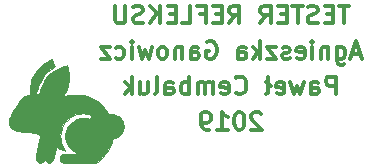
<source format=gbr>
G04 #@! TF.GenerationSoftware,KiCad,Pcbnew,(5.1.4)-1*
G04 #@! TF.CreationDate,2019-10-30T21:39:05+01:00*
G04 #@! TF.ProjectId,Projekt,50726f6a-656b-4742-9e6b-696361645f70,v01*
G04 #@! TF.SameCoordinates,Original*
G04 #@! TF.FileFunction,Legend,Bot*
G04 #@! TF.FilePolarity,Positive*
%FSLAX46Y46*%
G04 Gerber Fmt 4.6, Leading zero omitted, Abs format (unit mm)*
G04 Created by KiCad (PCBNEW (5.1.4)-1) date 2019-10-30 21:39:05*
%MOMM*%
%LPD*%
G04 APERTURE LIST*
%ADD10C,0.375000*%
%ADD11C,0.010000*%
G04 APERTURE END LIST*
D10*
X152571428Y-80321428D02*
X152500000Y-80250000D01*
X152357142Y-80178571D01*
X152000000Y-80178571D01*
X151857142Y-80250000D01*
X151785714Y-80321428D01*
X151714285Y-80464285D01*
X151714285Y-80607142D01*
X151785714Y-80821428D01*
X152642857Y-81678571D01*
X151714285Y-81678571D01*
X150785714Y-80178571D02*
X150642857Y-80178571D01*
X150500000Y-80250000D01*
X150428571Y-80321428D01*
X150357142Y-80464285D01*
X150285714Y-80750000D01*
X150285714Y-81107142D01*
X150357142Y-81392857D01*
X150428571Y-81535714D01*
X150500000Y-81607142D01*
X150642857Y-81678571D01*
X150785714Y-81678571D01*
X150928571Y-81607142D01*
X151000000Y-81535714D01*
X151071428Y-81392857D01*
X151142857Y-81107142D01*
X151142857Y-80750000D01*
X151071428Y-80464285D01*
X151000000Y-80321428D01*
X150928571Y-80250000D01*
X150785714Y-80178571D01*
X148857142Y-81678571D02*
X149714285Y-81678571D01*
X149285714Y-81678571D02*
X149285714Y-80178571D01*
X149428571Y-80392857D01*
X149571428Y-80535714D01*
X149714285Y-80607142D01*
X148142857Y-81678571D02*
X147857142Y-81678571D01*
X147714285Y-81607142D01*
X147642857Y-81535714D01*
X147500000Y-81321428D01*
X147428571Y-81035714D01*
X147428571Y-80464285D01*
X147500000Y-80321428D01*
X147571428Y-80250000D01*
X147714285Y-80178571D01*
X148000000Y-80178571D01*
X148142857Y-80250000D01*
X148214285Y-80321428D01*
X148285714Y-80464285D01*
X148285714Y-80821428D01*
X148214285Y-80964285D01*
X148142857Y-81035714D01*
X148000000Y-81107142D01*
X147714285Y-81107142D01*
X147571428Y-81035714D01*
X147500000Y-80964285D01*
X147428571Y-80821428D01*
X158892857Y-78678571D02*
X158892857Y-77178571D01*
X158321428Y-77178571D01*
X158178571Y-77250000D01*
X158107142Y-77321428D01*
X158035714Y-77464285D01*
X158035714Y-77678571D01*
X158107142Y-77821428D01*
X158178571Y-77892857D01*
X158321428Y-77964285D01*
X158892857Y-77964285D01*
X156750000Y-78678571D02*
X156750000Y-77892857D01*
X156821428Y-77750000D01*
X156964285Y-77678571D01*
X157250000Y-77678571D01*
X157392857Y-77750000D01*
X156750000Y-78607142D02*
X156892857Y-78678571D01*
X157250000Y-78678571D01*
X157392857Y-78607142D01*
X157464285Y-78464285D01*
X157464285Y-78321428D01*
X157392857Y-78178571D01*
X157250000Y-78107142D01*
X156892857Y-78107142D01*
X156750000Y-78035714D01*
X156178571Y-77678571D02*
X155892857Y-78678571D01*
X155607142Y-77964285D01*
X155321428Y-78678571D01*
X155035714Y-77678571D01*
X153892857Y-78607142D02*
X154035714Y-78678571D01*
X154321428Y-78678571D01*
X154464285Y-78607142D01*
X154535714Y-78464285D01*
X154535714Y-77892857D01*
X154464285Y-77750000D01*
X154321428Y-77678571D01*
X154035714Y-77678571D01*
X153892857Y-77750000D01*
X153821428Y-77892857D01*
X153821428Y-78035714D01*
X154535714Y-78178571D01*
X152964285Y-78678571D02*
X153107142Y-78607142D01*
X153178571Y-78464285D01*
X153178571Y-77178571D01*
X153392857Y-77964285D02*
X152964285Y-77678571D01*
X150392857Y-78535714D02*
X150464285Y-78607142D01*
X150678571Y-78678571D01*
X150821428Y-78678571D01*
X151035714Y-78607142D01*
X151178571Y-78464285D01*
X151250000Y-78321428D01*
X151321428Y-78035714D01*
X151321428Y-77821428D01*
X151250000Y-77535714D01*
X151178571Y-77392857D01*
X151035714Y-77250000D01*
X150821428Y-77178571D01*
X150678571Y-77178571D01*
X150464285Y-77250000D01*
X150392857Y-77321428D01*
X149178571Y-78607142D02*
X149321428Y-78678571D01*
X149607142Y-78678571D01*
X149750000Y-78607142D01*
X149821428Y-78464285D01*
X149821428Y-77892857D01*
X149750000Y-77750000D01*
X149607142Y-77678571D01*
X149321428Y-77678571D01*
X149178571Y-77750000D01*
X149107142Y-77892857D01*
X149107142Y-78035714D01*
X149821428Y-78178571D01*
X148464285Y-78678571D02*
X148464285Y-77678571D01*
X148464285Y-77821428D02*
X148392857Y-77750000D01*
X148250000Y-77678571D01*
X148035714Y-77678571D01*
X147892857Y-77750000D01*
X147821428Y-77892857D01*
X147821428Y-78678571D01*
X147821428Y-77892857D02*
X147750000Y-77750000D01*
X147607142Y-77678571D01*
X147392857Y-77678571D01*
X147250000Y-77750000D01*
X147178571Y-77892857D01*
X147178571Y-78678571D01*
X146464285Y-78678571D02*
X146464285Y-77178571D01*
X146464285Y-77750000D02*
X146321428Y-77678571D01*
X146035714Y-77678571D01*
X145892857Y-77750000D01*
X145821428Y-77821428D01*
X145750000Y-77964285D01*
X145750000Y-78392857D01*
X145821428Y-78535714D01*
X145892857Y-78607142D01*
X146035714Y-78678571D01*
X146321428Y-78678571D01*
X146464285Y-78607142D01*
X144464285Y-78678571D02*
X144464285Y-77892857D01*
X144535714Y-77750000D01*
X144678571Y-77678571D01*
X144964285Y-77678571D01*
X145107142Y-77750000D01*
X144464285Y-78607142D02*
X144607142Y-78678571D01*
X144964285Y-78678571D01*
X145107142Y-78607142D01*
X145178571Y-78464285D01*
X145178571Y-78321428D01*
X145107142Y-78178571D01*
X144964285Y-78107142D01*
X144607142Y-78107142D01*
X144464285Y-78035714D01*
X143535714Y-78678571D02*
X143678571Y-78607142D01*
X143750000Y-78464285D01*
X143750000Y-77178571D01*
X142321428Y-77678571D02*
X142321428Y-78678571D01*
X142964285Y-77678571D02*
X142964285Y-78464285D01*
X142892857Y-78607142D01*
X142750000Y-78678571D01*
X142535714Y-78678571D01*
X142392857Y-78607142D01*
X142321428Y-78535714D01*
X141607142Y-78678571D02*
X141607142Y-77178571D01*
X141464285Y-78107142D02*
X141035714Y-78678571D01*
X141035714Y-77678571D02*
X141607142Y-78250000D01*
X160964285Y-75250000D02*
X160250000Y-75250000D01*
X161107142Y-75678571D02*
X160607142Y-74178571D01*
X160107142Y-75678571D01*
X158964285Y-74678571D02*
X158964285Y-75892857D01*
X159035714Y-76035714D01*
X159107142Y-76107142D01*
X159250000Y-76178571D01*
X159464285Y-76178571D01*
X159607142Y-76107142D01*
X158964285Y-75607142D02*
X159107142Y-75678571D01*
X159392857Y-75678571D01*
X159535714Y-75607142D01*
X159607142Y-75535714D01*
X159678571Y-75392857D01*
X159678571Y-74964285D01*
X159607142Y-74821428D01*
X159535714Y-74750000D01*
X159392857Y-74678571D01*
X159107142Y-74678571D01*
X158964285Y-74750000D01*
X158250000Y-74678571D02*
X158250000Y-75678571D01*
X158250000Y-74821428D02*
X158178571Y-74750000D01*
X158035714Y-74678571D01*
X157821428Y-74678571D01*
X157678571Y-74750000D01*
X157607142Y-74892857D01*
X157607142Y-75678571D01*
X156892857Y-75678571D02*
X156892857Y-74678571D01*
X156892857Y-74178571D02*
X156964285Y-74250000D01*
X156892857Y-74321428D01*
X156821428Y-74250000D01*
X156892857Y-74178571D01*
X156892857Y-74321428D01*
X155607142Y-75607142D02*
X155750000Y-75678571D01*
X156035714Y-75678571D01*
X156178571Y-75607142D01*
X156250000Y-75464285D01*
X156250000Y-74892857D01*
X156178571Y-74750000D01*
X156035714Y-74678571D01*
X155750000Y-74678571D01*
X155607142Y-74750000D01*
X155535714Y-74892857D01*
X155535714Y-75035714D01*
X156250000Y-75178571D01*
X154964285Y-75607142D02*
X154821428Y-75678571D01*
X154535714Y-75678571D01*
X154392857Y-75607142D01*
X154321428Y-75464285D01*
X154321428Y-75392857D01*
X154392857Y-75250000D01*
X154535714Y-75178571D01*
X154750000Y-75178571D01*
X154892857Y-75107142D01*
X154964285Y-74964285D01*
X154964285Y-74892857D01*
X154892857Y-74750000D01*
X154750000Y-74678571D01*
X154535714Y-74678571D01*
X154392857Y-74750000D01*
X153821428Y-74678571D02*
X153035714Y-74678571D01*
X153821428Y-75678571D01*
X153035714Y-75678571D01*
X152464285Y-75678571D02*
X152464285Y-74178571D01*
X152321428Y-75107142D02*
X151892857Y-75678571D01*
X151892857Y-74678571D02*
X152464285Y-75250000D01*
X150607142Y-75678571D02*
X150607142Y-74892857D01*
X150678571Y-74750000D01*
X150821428Y-74678571D01*
X151107142Y-74678571D01*
X151250000Y-74750000D01*
X150607142Y-75607142D02*
X150750000Y-75678571D01*
X151107142Y-75678571D01*
X151250000Y-75607142D01*
X151321428Y-75464285D01*
X151321428Y-75321428D01*
X151250000Y-75178571D01*
X151107142Y-75107142D01*
X150750000Y-75107142D01*
X150607142Y-75035714D01*
X147964285Y-74250000D02*
X148107142Y-74178571D01*
X148321428Y-74178571D01*
X148535714Y-74250000D01*
X148678571Y-74392857D01*
X148750000Y-74535714D01*
X148821428Y-74821428D01*
X148821428Y-75035714D01*
X148750000Y-75321428D01*
X148678571Y-75464285D01*
X148535714Y-75607142D01*
X148321428Y-75678571D01*
X148178571Y-75678571D01*
X147964285Y-75607142D01*
X147892857Y-75535714D01*
X147892857Y-75035714D01*
X148178571Y-75035714D01*
X146607142Y-75678571D02*
X146607142Y-74892857D01*
X146678571Y-74750000D01*
X146821428Y-74678571D01*
X147107142Y-74678571D01*
X147250000Y-74750000D01*
X146607142Y-75607142D02*
X146750000Y-75678571D01*
X147107142Y-75678571D01*
X147250000Y-75607142D01*
X147321428Y-75464285D01*
X147321428Y-75321428D01*
X147250000Y-75178571D01*
X147107142Y-75107142D01*
X146750000Y-75107142D01*
X146607142Y-75035714D01*
X145892857Y-74678571D02*
X145892857Y-75678571D01*
X145892857Y-74821428D02*
X145821428Y-74750000D01*
X145678571Y-74678571D01*
X145464285Y-74678571D01*
X145321428Y-74750000D01*
X145250000Y-74892857D01*
X145250000Y-75678571D01*
X144321428Y-75678571D02*
X144464285Y-75607142D01*
X144535714Y-75535714D01*
X144607142Y-75392857D01*
X144607142Y-74964285D01*
X144535714Y-74821428D01*
X144464285Y-74750000D01*
X144321428Y-74678571D01*
X144107142Y-74678571D01*
X143964285Y-74750000D01*
X143892857Y-74821428D01*
X143821428Y-74964285D01*
X143821428Y-75392857D01*
X143892857Y-75535714D01*
X143964285Y-75607142D01*
X144107142Y-75678571D01*
X144321428Y-75678571D01*
X143321428Y-74678571D02*
X143035714Y-75678571D01*
X142750000Y-74964285D01*
X142464285Y-75678571D01*
X142178571Y-74678571D01*
X141607142Y-75678571D02*
X141607142Y-74678571D01*
X141607142Y-74178571D02*
X141678571Y-74250000D01*
X141607142Y-74321428D01*
X141535714Y-74250000D01*
X141607142Y-74178571D01*
X141607142Y-74321428D01*
X140250000Y-75607142D02*
X140392857Y-75678571D01*
X140678571Y-75678571D01*
X140821428Y-75607142D01*
X140892857Y-75535714D01*
X140964285Y-75392857D01*
X140964285Y-74964285D01*
X140892857Y-74821428D01*
X140821428Y-74750000D01*
X140678571Y-74678571D01*
X140392857Y-74678571D01*
X140250000Y-74750000D01*
X139750000Y-74678571D02*
X138964285Y-74678571D01*
X139750000Y-75678571D01*
X138964285Y-75678571D01*
X160000000Y-71178571D02*
X159142857Y-71178571D01*
X159571428Y-72678571D02*
X159571428Y-71178571D01*
X158642857Y-71892857D02*
X158142857Y-71892857D01*
X157928571Y-72678571D02*
X158642857Y-72678571D01*
X158642857Y-71178571D01*
X157928571Y-71178571D01*
X157357142Y-72607142D02*
X157142857Y-72678571D01*
X156785714Y-72678571D01*
X156642857Y-72607142D01*
X156571428Y-72535714D01*
X156500000Y-72392857D01*
X156500000Y-72250000D01*
X156571428Y-72107142D01*
X156642857Y-72035714D01*
X156785714Y-71964285D01*
X157071428Y-71892857D01*
X157214285Y-71821428D01*
X157285714Y-71750000D01*
X157357142Y-71607142D01*
X157357142Y-71464285D01*
X157285714Y-71321428D01*
X157214285Y-71250000D01*
X157071428Y-71178571D01*
X156714285Y-71178571D01*
X156500000Y-71250000D01*
X156071428Y-71178571D02*
X155214285Y-71178571D01*
X155642857Y-72678571D02*
X155642857Y-71178571D01*
X154714285Y-71892857D02*
X154214285Y-71892857D01*
X154000000Y-72678571D02*
X154714285Y-72678571D01*
X154714285Y-71178571D01*
X154000000Y-71178571D01*
X152500000Y-72678571D02*
X153000000Y-71964285D01*
X153357142Y-72678571D02*
X153357142Y-71178571D01*
X152785714Y-71178571D01*
X152642857Y-71250000D01*
X152571428Y-71321428D01*
X152500000Y-71464285D01*
X152500000Y-71678571D01*
X152571428Y-71821428D01*
X152642857Y-71892857D01*
X152785714Y-71964285D01*
X153357142Y-71964285D01*
X149857142Y-72678571D02*
X150357142Y-71964285D01*
X150714285Y-72678571D02*
X150714285Y-71178571D01*
X150142857Y-71178571D01*
X150000000Y-71250000D01*
X149928571Y-71321428D01*
X149857142Y-71464285D01*
X149857142Y-71678571D01*
X149928571Y-71821428D01*
X150000000Y-71892857D01*
X150142857Y-71964285D01*
X150714285Y-71964285D01*
X149214285Y-71892857D02*
X148714285Y-71892857D01*
X148500000Y-72678571D02*
X149214285Y-72678571D01*
X149214285Y-71178571D01*
X148500000Y-71178571D01*
X147357142Y-71892857D02*
X147857142Y-71892857D01*
X147857142Y-72678571D02*
X147857142Y-71178571D01*
X147142857Y-71178571D01*
X145857142Y-72678571D02*
X146571428Y-72678571D01*
X146571428Y-71178571D01*
X145357142Y-71892857D02*
X144857142Y-71892857D01*
X144642857Y-72678571D02*
X145357142Y-72678571D01*
X145357142Y-71178571D01*
X144642857Y-71178571D01*
X144000000Y-72678571D02*
X144000000Y-71178571D01*
X143142857Y-72678571D02*
X143785714Y-71821428D01*
X143142857Y-71178571D02*
X144000000Y-72035714D01*
X142571428Y-72607142D02*
X142357142Y-72678571D01*
X142000000Y-72678571D01*
X141857142Y-72607142D01*
X141785714Y-72535714D01*
X141714285Y-72392857D01*
X141714285Y-72250000D01*
X141785714Y-72107142D01*
X141857142Y-72035714D01*
X142000000Y-71964285D01*
X142285714Y-71892857D01*
X142428571Y-71821428D01*
X142500000Y-71750000D01*
X142571428Y-71607142D01*
X142571428Y-71464285D01*
X142500000Y-71321428D01*
X142428571Y-71250000D01*
X142285714Y-71178571D01*
X141928571Y-71178571D01*
X141714285Y-71250000D01*
X141071428Y-71178571D02*
X141071428Y-72392857D01*
X141000000Y-72535714D01*
X140928571Y-72607142D01*
X140785714Y-72678571D01*
X140500000Y-72678571D01*
X140357142Y-72607142D01*
X140285714Y-72535714D01*
X140214285Y-72392857D01*
X140214285Y-71178571D01*
D11*
G36*
X134787885Y-75724320D02*
G01*
X134724701Y-75751175D01*
X134636021Y-75797412D01*
X134529738Y-75858535D01*
X134413749Y-75930046D01*
X134295948Y-76007448D01*
X134210161Y-76067378D01*
X133926636Y-76292716D01*
X133679099Y-76533402D01*
X133471716Y-76784733D01*
X133308656Y-77042004D01*
X133258477Y-77141854D01*
X133182610Y-77334371D01*
X133115118Y-77562743D01*
X133058795Y-77813038D01*
X133016434Y-78071326D01*
X132990827Y-78323674D01*
X132984280Y-78509505D01*
X132984280Y-78701154D01*
X132808836Y-78757567D01*
X132571761Y-78858953D01*
X132351569Y-79002340D01*
X132158694Y-79180046D01*
X132047427Y-79318044D01*
X132004288Y-79383124D01*
X131941127Y-79483605D01*
X131862755Y-79611377D01*
X131773981Y-79758331D01*
X131679615Y-79916355D01*
X131584467Y-80077339D01*
X131493348Y-80233173D01*
X131411066Y-80375747D01*
X131342433Y-80496950D01*
X131292257Y-80588671D01*
X131280520Y-80611183D01*
X131232696Y-80747290D01*
X131209965Y-80907992D01*
X131213544Y-81073839D01*
X131242490Y-81218659D01*
X131315824Y-81381430D01*
X131423606Y-81527009D01*
X131554828Y-81641472D01*
X131597611Y-81667937D01*
X131712122Y-81717413D01*
X131871612Y-81763872D01*
X132071002Y-81806370D01*
X132305215Y-81843964D01*
X132569173Y-81875709D01*
X132843335Y-81899622D01*
X133035794Y-81914635D01*
X133188551Y-81929819D01*
X133311963Y-81947293D01*
X133416389Y-81969173D01*
X133512188Y-81997576D01*
X133609717Y-82034620D01*
X133704105Y-82075557D01*
X133787910Y-82115733D01*
X133833522Y-82146217D01*
X133849782Y-82174577D01*
X133848074Y-82198819D01*
X133811950Y-82358394D01*
X133772170Y-82539244D01*
X133730038Y-82734955D01*
X133686858Y-82939115D01*
X133643935Y-83145309D01*
X133602574Y-83347124D01*
X133564078Y-83538147D01*
X133529752Y-83711964D01*
X133500899Y-83862161D01*
X133478825Y-83982326D01*
X133464834Y-84066043D01*
X133460217Y-84105991D01*
X133482562Y-84220336D01*
X133542748Y-84324683D01*
X133630501Y-84410080D01*
X133735547Y-84467578D01*
X133847612Y-84488226D01*
X133893930Y-84483827D01*
X133988742Y-84446824D01*
X134084905Y-84378854D01*
X134163945Y-84294961D01*
X134198922Y-84235466D01*
X134228952Y-84164044D01*
X134260985Y-84241378D01*
X134318645Y-84331929D01*
X134404782Y-84412725D01*
X134501464Y-84468683D01*
X134547694Y-84482548D01*
X134670311Y-84481812D01*
X134784562Y-84437991D01*
X134879901Y-84358051D01*
X134945786Y-84248960D01*
X134958326Y-84211244D01*
X134970285Y-84162577D01*
X134990768Y-84073752D01*
X135017792Y-83953594D01*
X135049376Y-83810930D01*
X135083539Y-83654587D01*
X135090081Y-83624415D01*
X135199711Y-83118218D01*
X135275576Y-83169005D01*
X135371670Y-83226625D01*
X135490532Y-83288197D01*
X135617445Y-83347066D01*
X135737693Y-83396577D01*
X135836559Y-83430075D01*
X135871213Y-83438351D01*
X135940036Y-83449551D01*
X135983001Y-83453623D01*
X135990197Y-83452158D01*
X135976940Y-83429152D01*
X135942128Y-83376524D01*
X135893198Y-83305510D01*
X135891501Y-83303086D01*
X135753560Y-83064560D01*
X135652088Y-82799601D01*
X135589050Y-82518096D01*
X135566408Y-82229934D01*
X135586129Y-81945003D01*
X135602903Y-81850282D01*
X135687636Y-81556061D01*
X135813047Y-81285333D01*
X135974944Y-81041031D01*
X136169133Y-80826088D01*
X136391423Y-80643440D01*
X136637621Y-80496019D01*
X136903535Y-80386760D01*
X137184973Y-80318595D01*
X137477741Y-80294460D01*
X137777648Y-80317288D01*
X137790571Y-80319356D01*
X137920918Y-80344165D01*
X138010680Y-80370309D01*
X138069342Y-80400830D01*
X138084901Y-80413688D01*
X138135345Y-80490438D01*
X138139314Y-80575554D01*
X138096997Y-80659174D01*
X138079822Y-80678077D01*
X138035205Y-80716903D01*
X137992511Y-80731379D01*
X137930471Y-80726507D01*
X137898214Y-80720775D01*
X137825570Y-80712164D01*
X137718239Y-80705607D01*
X137591619Y-80701823D01*
X137480631Y-80701320D01*
X137340840Y-80704009D01*
X137236312Y-80710797D01*
X137152249Y-80723754D01*
X137073858Y-80744950D01*
X137011168Y-80767019D01*
X136788495Y-80867003D01*
X136595105Y-80992513D01*
X136413912Y-81154884D01*
X136391391Y-81178210D01*
X136221961Y-81389857D01*
X136096406Y-81618656D01*
X136013791Y-81859356D01*
X135973178Y-82106707D01*
X135973632Y-82355458D01*
X136014216Y-82600361D01*
X136093995Y-82836165D01*
X136212032Y-83057619D01*
X136367392Y-83259473D01*
X136559137Y-83436478D01*
X136786332Y-83583384D01*
X136823692Y-83602640D01*
X137053383Y-83717298D01*
X136431641Y-83717298D01*
X136231705Y-83717761D01*
X136075431Y-83719396D01*
X135956388Y-83722574D01*
X135868146Y-83727663D01*
X135804274Y-83735034D01*
X135758342Y-83745056D01*
X135724210Y-83757960D01*
X135621752Y-83831126D01*
X135554065Y-83929977D01*
X135521104Y-84044177D01*
X135522825Y-84163386D01*
X135559182Y-84277267D01*
X135630132Y-84375481D01*
X135727175Y-84443726D01*
X135751111Y-84454522D01*
X135777452Y-84463643D01*
X135810381Y-84471228D01*
X135854082Y-84477413D01*
X135912736Y-84482339D01*
X135990529Y-84486143D01*
X136091643Y-84488964D01*
X136220262Y-84490941D01*
X136380569Y-84492211D01*
X136576747Y-84492914D01*
X136812979Y-84493188D01*
X137093450Y-84493170D01*
X137219260Y-84493113D01*
X138607850Y-84492399D01*
X138820769Y-84321960D01*
X139116980Y-84057699D01*
X139369298Y-83773186D01*
X139581419Y-83463828D01*
X139721062Y-83202923D01*
X139785983Y-83054914D01*
X139849096Y-82889811D01*
X139904399Y-82724956D01*
X139945892Y-82577689D01*
X139960635Y-82510566D01*
X139975626Y-82453238D01*
X140002893Y-82423525D01*
X140058445Y-82407898D01*
X140087654Y-82403234D01*
X140218784Y-82367713D01*
X140363197Y-82303343D01*
X140502583Y-82220157D01*
X140618631Y-82128185D01*
X140651788Y-82094162D01*
X140719611Y-82006287D01*
X140788855Y-81898276D01*
X140834474Y-81813550D01*
X140870105Y-81735065D01*
X140892862Y-81669019D01*
X140905595Y-81599839D01*
X140911153Y-81511950D01*
X140912387Y-81389778D01*
X140912387Y-81387712D01*
X140910941Y-81262428D01*
X140904933Y-81172041D01*
X140891854Y-81101394D01*
X140869198Y-81035328D01*
X140845159Y-80981255D01*
X140727601Y-80783811D01*
X140578654Y-80620597D01*
X140403748Y-80494862D01*
X140208314Y-80409855D01*
X139997785Y-80368825D01*
X139823074Y-80369762D01*
X139734473Y-80375063D01*
X139672094Y-80373041D01*
X139647436Y-80364100D01*
X139647397Y-80363607D01*
X139631594Y-80317881D01*
X139588043Y-80242616D01*
X139522529Y-80145493D01*
X139440837Y-80034193D01*
X139348752Y-79916397D01*
X139252059Y-79799786D01*
X139156545Y-79692042D01*
X139086889Y-79619404D01*
X138797879Y-79359575D01*
X138496618Y-79146072D01*
X138176764Y-78975470D01*
X137831974Y-78844347D01*
X137486485Y-78755471D01*
X137203706Y-78714558D01*
X136896624Y-78700838D01*
X136581560Y-78713528D01*
X136274834Y-78751846D01*
X135992767Y-78815007D01*
X135944237Y-78829462D01*
X135865481Y-78852643D01*
X135809841Y-78866479D01*
X135789803Y-78868071D01*
X135801929Y-78843739D01*
X135834005Y-78787990D01*
X135879578Y-78711980D01*
X135888847Y-78696795D01*
X135986247Y-78531062D01*
X136060011Y-78388006D01*
X136117723Y-78251121D01*
X136166968Y-78103904D01*
X136177123Y-78069515D01*
X136243002Y-77770202D01*
X136276233Y-77446544D01*
X136275580Y-77113222D01*
X136267289Y-76998871D01*
X136253832Y-76875832D01*
X136235432Y-76741044D01*
X136213875Y-76604384D01*
X136190946Y-76475731D01*
X136168428Y-76364962D01*
X136148106Y-76281956D01*
X136131765Y-76236591D01*
X136128849Y-76232610D01*
X136097712Y-76232317D01*
X136029503Y-76248514D01*
X135933220Y-76278013D01*
X135817863Y-76317626D01*
X135692432Y-76364165D01*
X135565925Y-76414441D01*
X135447342Y-76465267D01*
X135369333Y-76501674D01*
X135050559Y-76675362D01*
X134776227Y-76864176D01*
X134541921Y-77072166D01*
X134343224Y-77303384D01*
X134175720Y-77561880D01*
X134138683Y-77630316D01*
X133986514Y-77957189D01*
X133868403Y-78286696D01*
X133824859Y-78444418D01*
X133769185Y-78669862D01*
X133636091Y-78677560D01*
X133502997Y-78685259D01*
X133517265Y-78564838D01*
X133538445Y-78452243D01*
X133577351Y-78307237D01*
X133629791Y-78142463D01*
X133691576Y-77970560D01*
X133758514Y-77804170D01*
X133801058Y-77708697D01*
X133984590Y-77370998D01*
X134204558Y-77067564D01*
X134461903Y-76797304D01*
X134757568Y-76559125D01*
X134843853Y-76500331D01*
X134947759Y-76428427D01*
X135022707Y-76369082D01*
X135063083Y-76327005D01*
X135068390Y-76312060D01*
X135055068Y-76271475D01*
X135027051Y-76198902D01*
X134989111Y-76105582D01*
X134946019Y-76002757D01*
X134902545Y-75901666D01*
X134863461Y-75813553D01*
X134833538Y-75749657D01*
X134817676Y-75721344D01*
X134787885Y-75724320D01*
X134787885Y-75724320D01*
G37*
X134787885Y-75724320D02*
X134724701Y-75751175D01*
X134636021Y-75797412D01*
X134529738Y-75858535D01*
X134413749Y-75930046D01*
X134295948Y-76007448D01*
X134210161Y-76067378D01*
X133926636Y-76292716D01*
X133679099Y-76533402D01*
X133471716Y-76784733D01*
X133308656Y-77042004D01*
X133258477Y-77141854D01*
X133182610Y-77334371D01*
X133115118Y-77562743D01*
X133058795Y-77813038D01*
X133016434Y-78071326D01*
X132990827Y-78323674D01*
X132984280Y-78509505D01*
X132984280Y-78701154D01*
X132808836Y-78757567D01*
X132571761Y-78858953D01*
X132351569Y-79002340D01*
X132158694Y-79180046D01*
X132047427Y-79318044D01*
X132004288Y-79383124D01*
X131941127Y-79483605D01*
X131862755Y-79611377D01*
X131773981Y-79758331D01*
X131679615Y-79916355D01*
X131584467Y-80077339D01*
X131493348Y-80233173D01*
X131411066Y-80375747D01*
X131342433Y-80496950D01*
X131292257Y-80588671D01*
X131280520Y-80611183D01*
X131232696Y-80747290D01*
X131209965Y-80907992D01*
X131213544Y-81073839D01*
X131242490Y-81218659D01*
X131315824Y-81381430D01*
X131423606Y-81527009D01*
X131554828Y-81641472D01*
X131597611Y-81667937D01*
X131712122Y-81717413D01*
X131871612Y-81763872D01*
X132071002Y-81806370D01*
X132305215Y-81843964D01*
X132569173Y-81875709D01*
X132843335Y-81899622D01*
X133035794Y-81914635D01*
X133188551Y-81929819D01*
X133311963Y-81947293D01*
X133416389Y-81969173D01*
X133512188Y-81997576D01*
X133609717Y-82034620D01*
X133704105Y-82075557D01*
X133787910Y-82115733D01*
X133833522Y-82146217D01*
X133849782Y-82174577D01*
X133848074Y-82198819D01*
X133811950Y-82358394D01*
X133772170Y-82539244D01*
X133730038Y-82734955D01*
X133686858Y-82939115D01*
X133643935Y-83145309D01*
X133602574Y-83347124D01*
X133564078Y-83538147D01*
X133529752Y-83711964D01*
X133500899Y-83862161D01*
X133478825Y-83982326D01*
X133464834Y-84066043D01*
X133460217Y-84105991D01*
X133482562Y-84220336D01*
X133542748Y-84324683D01*
X133630501Y-84410080D01*
X133735547Y-84467578D01*
X133847612Y-84488226D01*
X133893930Y-84483827D01*
X133988742Y-84446824D01*
X134084905Y-84378854D01*
X134163945Y-84294961D01*
X134198922Y-84235466D01*
X134228952Y-84164044D01*
X134260985Y-84241378D01*
X134318645Y-84331929D01*
X134404782Y-84412725D01*
X134501464Y-84468683D01*
X134547694Y-84482548D01*
X134670311Y-84481812D01*
X134784562Y-84437991D01*
X134879901Y-84358051D01*
X134945786Y-84248960D01*
X134958326Y-84211244D01*
X134970285Y-84162577D01*
X134990768Y-84073752D01*
X135017792Y-83953594D01*
X135049376Y-83810930D01*
X135083539Y-83654587D01*
X135090081Y-83624415D01*
X135199711Y-83118218D01*
X135275576Y-83169005D01*
X135371670Y-83226625D01*
X135490532Y-83288197D01*
X135617445Y-83347066D01*
X135737693Y-83396577D01*
X135836559Y-83430075D01*
X135871213Y-83438351D01*
X135940036Y-83449551D01*
X135983001Y-83453623D01*
X135990197Y-83452158D01*
X135976940Y-83429152D01*
X135942128Y-83376524D01*
X135893198Y-83305510D01*
X135891501Y-83303086D01*
X135753560Y-83064560D01*
X135652088Y-82799601D01*
X135589050Y-82518096D01*
X135566408Y-82229934D01*
X135586129Y-81945003D01*
X135602903Y-81850282D01*
X135687636Y-81556061D01*
X135813047Y-81285333D01*
X135974944Y-81041031D01*
X136169133Y-80826088D01*
X136391423Y-80643440D01*
X136637621Y-80496019D01*
X136903535Y-80386760D01*
X137184973Y-80318595D01*
X137477741Y-80294460D01*
X137777648Y-80317288D01*
X137790571Y-80319356D01*
X137920918Y-80344165D01*
X138010680Y-80370309D01*
X138069342Y-80400830D01*
X138084901Y-80413688D01*
X138135345Y-80490438D01*
X138139314Y-80575554D01*
X138096997Y-80659174D01*
X138079822Y-80678077D01*
X138035205Y-80716903D01*
X137992511Y-80731379D01*
X137930471Y-80726507D01*
X137898214Y-80720775D01*
X137825570Y-80712164D01*
X137718239Y-80705607D01*
X137591619Y-80701823D01*
X137480631Y-80701320D01*
X137340840Y-80704009D01*
X137236312Y-80710797D01*
X137152249Y-80723754D01*
X137073858Y-80744950D01*
X137011168Y-80767019D01*
X136788495Y-80867003D01*
X136595105Y-80992513D01*
X136413912Y-81154884D01*
X136391391Y-81178210D01*
X136221961Y-81389857D01*
X136096406Y-81618656D01*
X136013791Y-81859356D01*
X135973178Y-82106707D01*
X135973632Y-82355458D01*
X136014216Y-82600361D01*
X136093995Y-82836165D01*
X136212032Y-83057619D01*
X136367392Y-83259473D01*
X136559137Y-83436478D01*
X136786332Y-83583384D01*
X136823692Y-83602640D01*
X137053383Y-83717298D01*
X136431641Y-83717298D01*
X136231705Y-83717761D01*
X136075431Y-83719396D01*
X135956388Y-83722574D01*
X135868146Y-83727663D01*
X135804274Y-83735034D01*
X135758342Y-83745056D01*
X135724210Y-83757960D01*
X135621752Y-83831126D01*
X135554065Y-83929977D01*
X135521104Y-84044177D01*
X135522825Y-84163386D01*
X135559182Y-84277267D01*
X135630132Y-84375481D01*
X135727175Y-84443726D01*
X135751111Y-84454522D01*
X135777452Y-84463643D01*
X135810381Y-84471228D01*
X135854082Y-84477413D01*
X135912736Y-84482339D01*
X135990529Y-84486143D01*
X136091643Y-84488964D01*
X136220262Y-84490941D01*
X136380569Y-84492211D01*
X136576747Y-84492914D01*
X136812979Y-84493188D01*
X137093450Y-84493170D01*
X137219260Y-84493113D01*
X138607850Y-84492399D01*
X138820769Y-84321960D01*
X139116980Y-84057699D01*
X139369298Y-83773186D01*
X139581419Y-83463828D01*
X139721062Y-83202923D01*
X139785983Y-83054914D01*
X139849096Y-82889811D01*
X139904399Y-82724956D01*
X139945892Y-82577689D01*
X139960635Y-82510566D01*
X139975626Y-82453238D01*
X140002893Y-82423525D01*
X140058445Y-82407898D01*
X140087654Y-82403234D01*
X140218784Y-82367713D01*
X140363197Y-82303343D01*
X140502583Y-82220157D01*
X140618631Y-82128185D01*
X140651788Y-82094162D01*
X140719611Y-82006287D01*
X140788855Y-81898276D01*
X140834474Y-81813550D01*
X140870105Y-81735065D01*
X140892862Y-81669019D01*
X140905595Y-81599839D01*
X140911153Y-81511950D01*
X140912387Y-81389778D01*
X140912387Y-81387712D01*
X140910941Y-81262428D01*
X140904933Y-81172041D01*
X140891854Y-81101394D01*
X140869198Y-81035328D01*
X140845159Y-80981255D01*
X140727601Y-80783811D01*
X140578654Y-80620597D01*
X140403748Y-80494862D01*
X140208314Y-80409855D01*
X139997785Y-80368825D01*
X139823074Y-80369762D01*
X139734473Y-80375063D01*
X139672094Y-80373041D01*
X139647436Y-80364100D01*
X139647397Y-80363607D01*
X139631594Y-80317881D01*
X139588043Y-80242616D01*
X139522529Y-80145493D01*
X139440837Y-80034193D01*
X139348752Y-79916397D01*
X139252059Y-79799786D01*
X139156545Y-79692042D01*
X139086889Y-79619404D01*
X138797879Y-79359575D01*
X138496618Y-79146072D01*
X138176764Y-78975470D01*
X137831974Y-78844347D01*
X137486485Y-78755471D01*
X137203706Y-78714558D01*
X136896624Y-78700838D01*
X136581560Y-78713528D01*
X136274834Y-78751846D01*
X135992767Y-78815007D01*
X135944237Y-78829462D01*
X135865481Y-78852643D01*
X135809841Y-78866479D01*
X135789803Y-78868071D01*
X135801929Y-78843739D01*
X135834005Y-78787990D01*
X135879578Y-78711980D01*
X135888847Y-78696795D01*
X135986247Y-78531062D01*
X136060011Y-78388006D01*
X136117723Y-78251121D01*
X136166968Y-78103904D01*
X136177123Y-78069515D01*
X136243002Y-77770202D01*
X136276233Y-77446544D01*
X136275580Y-77113222D01*
X136267289Y-76998871D01*
X136253832Y-76875832D01*
X136235432Y-76741044D01*
X136213875Y-76604384D01*
X136190946Y-76475731D01*
X136168428Y-76364962D01*
X136148106Y-76281956D01*
X136131765Y-76236591D01*
X136128849Y-76232610D01*
X136097712Y-76232317D01*
X136029503Y-76248514D01*
X135933220Y-76278013D01*
X135817863Y-76317626D01*
X135692432Y-76364165D01*
X135565925Y-76414441D01*
X135447342Y-76465267D01*
X135369333Y-76501674D01*
X135050559Y-76675362D01*
X134776227Y-76864176D01*
X134541921Y-77072166D01*
X134343224Y-77303384D01*
X134175720Y-77561880D01*
X134138683Y-77630316D01*
X133986514Y-77957189D01*
X133868403Y-78286696D01*
X133824859Y-78444418D01*
X133769185Y-78669862D01*
X133636091Y-78677560D01*
X133502997Y-78685259D01*
X133517265Y-78564838D01*
X133538445Y-78452243D01*
X133577351Y-78307237D01*
X133629791Y-78142463D01*
X133691576Y-77970560D01*
X133758514Y-77804170D01*
X133801058Y-77708697D01*
X133984590Y-77370998D01*
X134204558Y-77067564D01*
X134461903Y-76797304D01*
X134757568Y-76559125D01*
X134843853Y-76500331D01*
X134947759Y-76428427D01*
X135022707Y-76369082D01*
X135063083Y-76327005D01*
X135068390Y-76312060D01*
X135055068Y-76271475D01*
X135027051Y-76198902D01*
X134989111Y-76105582D01*
X134946019Y-76002757D01*
X134902545Y-75901666D01*
X134863461Y-75813553D01*
X134833538Y-75749657D01*
X134817676Y-75721344D01*
X134787885Y-75724320D01*
M02*

</source>
